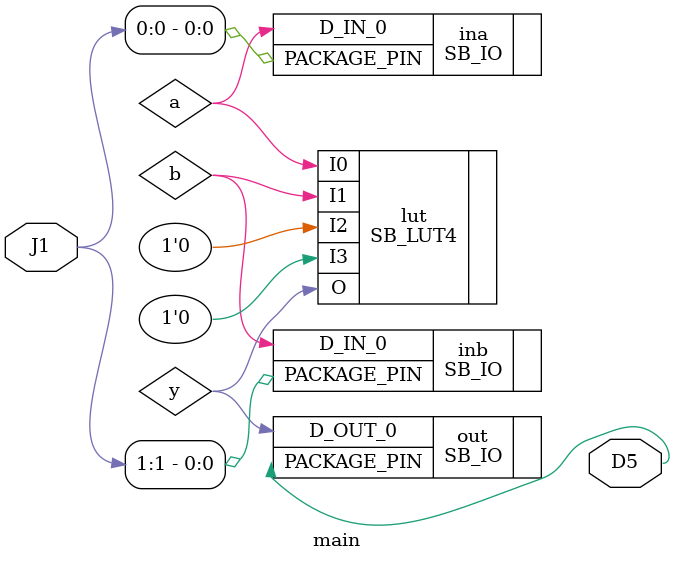
<source format=v>
module main (input [0:7] J1, output D5);

wire a, b;
wire y;

SB_IO #(.PIN_TYPE(6'b00_0000)) 
    ina ( .PACKAGE_PIN(J1[0]), .D_IN_0(a) );
SB_IO #(.PIN_TYPE(6'b00_0000)) 
    inb ( .PACKAGE_PIN(J1[1]), .D_IN_0(b) );

(* LOC="2,2/0" *)
SB_LUT4 #(.LUT_INIT(16'b1000_1000_1000_1000)) 
    lut ( .I0(a), .I1(b), .I2(1'b0), .I3(1'b0), .O(y) );

SB_IO #(.PIN_TYPE(6'b01_0110)) 
    out ( .PACKAGE_PIN(D5), .D_OUT_0(y) );

endmodule


</source>
